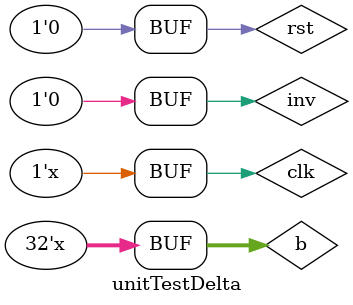
<source format=v>
/*
 * University of Illinois/NCSA
 * Open Source License
 *
 *  Copyright (c) 2007-2014,The Board of Trustees of the University of
 *  Illinois.  All rights reserved.
 *
 *  Copyright (c) 2014 Matthew Hicks
 *
 *  Developed by:
 *
 *  Matthew Hicks in the Department of Computer Science
 *  The University of Illinois at Urbana-Champaign
 *      http://www.impedimentToProgress.com
 *
 *       Permission is hereby granted, free of charge, to any person
 *       obtaining a copy of this software and associated
 *       documentation files (the "Software"), to deal with the
 *       Software without restriction, including without limitation
 *       the rights to use, copy, modify, merge, publish, distribute,
 *       sublicense, and/or sell copies of the Software, and to permit
 *       persons to whom the Software is furnished to do so, subject
 *       to the following conditions:
 *
 *          Redistributions of source code must retain the above
 *          copyright notice, this list of conditions and the
 *          following disclaimers.
 *
 *          Redistributions in binary form must reproduce the above
 *          copyright notice, this list of conditions and the
 *          following disclaimers in the documentation and/or other
 *          materials provided with the distribution.
 *
 *          Neither the names of Sam King, the University of Illinois,
 *          nor the names of its contributors may be used to endorse
 *          or promote products derived from this Software without
 *          specific prior written permission.
 *
 *  THE SOFTWARE IS PROVIDED "AS IS", WITHOUT WARRANTY OF ANY KIND,
 *  EXPRESS OR IMPLIED, INCLUDING BUT NOT LIMITED TO THE WARRANTIES OF
 *  MERCHANTABILITY, FITNESS FOR A PARTICULAR PURPOSE AND
 *  NONINFRINGEMENT.  IN NO EVENT SHALL THE CONTRIBUTORS OR COPYRIGHT
 *  HOLDERS BE LIABLE FOR ANY CLAIM, DAMAGES OR OTHER LIABILITY,
 *  WHETHER IN AN ACTION OF CONTRACT, TORT OR OTHERWISE, ARISING FROM,
 *  OUT OF OR IN CONNECTION WITH THE SOFTWARE OR THE USE OR OTHER
 *  DEALINGS WITH THE SOFTWARE.
 */

`timescale 1ns/1ns

module unitTestDelta();
  reg clk;
  wire rst;
  reg [31:0] b;
  wire inv;
  wire assert_delta;
  
  initial begin
    clk = 1'b0;
    b = 32'b0;
  end
   
  assign rst = 1'b0;
  assign inv = 1'b0;
  
  always begin
    #10 clk = ~clk;
    #10 clk = ~clk;
    b = b + 32'h4;
    #10 clk = ~clk;
    #10 clk = ~clk;
    #10 clk = ~clk;
    #10 clk = ~clk;
     b = b + 32'h4;
    #10 clk = ~clk;
    #10 clk = ~clk;
     b = b + 32'h4;
    #10 clk = ~clk;
    #10 clk = ~clk;
     b = b + 32'h5;
    #10 clk = ~clk;
    #10 clk = ~clk;
    #10 clk = ~clk;
    #10 clk = ~clk;
     b = b + 32'h3;
    #10 clk = ~clk;
    #10 clk = ~clk;
     b = b + 32'h4;
    #10 clk = ~clk;
    #10 clk = ~clk;
     b = b + 32'h4;
    #10 clk = ~clk;
    #10 clk = ~clk;
     b = b + 32'h4;
    #10 clk = ~clk;
    #10 clk = ~clk;
     b = b + 32'h4;
    #10 clk = ~clk;
    #10 clk = ~clk;
     b = b + 32'h4;
    #10 clk = ~clk;
    #10 clk = ~clk;
     b = b + 32'h4;
    #10 clk = ~clk;
    #10 clk = ~clk;
     b = b + 32'h4;
    #10 clk = ~clk;
    #10 clk = ~clk;
     b = b + 32'h4;
    #10 clk = ~clk;
    #10 clk = ~clk;
     b = b + 32'h4;
    #10 clk = ~clk;
    #10 clk = ~clk;
     b = b + 32'h4;
    #10 clk = ~clk;
    #10 clk = ~clk;
  end

  ovl_delta_wrapped oad(
    .clk(clk),
    .rst(rst),
    .min(8'h0),
    .max(8'h4),
    .test_expr(b),
    .prevConfigInvalid(inv),
    .out(assert_edge)
  );
endmodule
</source>
